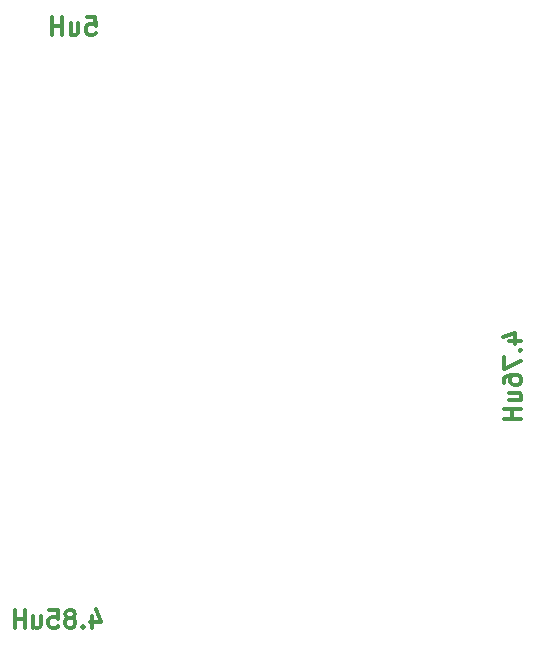
<source format=gbr>
%TF.GenerationSoftware,KiCad,Pcbnew,8.0.9-8.0.9-0~ubuntu22.04.1*%
%TF.CreationDate,2025-03-21T15:09:18+07:00*%
%TF.ProjectId,Rfid_PCB,52666964-5f50-4434-922e-6b696361645f,rev?*%
%TF.SameCoordinates,Original*%
%TF.FileFunction,Legend,Bot*%
%TF.FilePolarity,Positive*%
%FSLAX46Y46*%
G04 Gerber Fmt 4.6, Leading zero omitted, Abs format (unit mm)*
G04 Created by KiCad (PCBNEW 8.0.9-8.0.9-0~ubuntu22.04.1) date 2025-03-21 15:09:18*
%MOMM*%
%LPD*%
G01*
G04 APERTURE LIST*
%ADD10C,0.300000*%
G04 APERTURE END LIST*
D10*
X129450828Y-103087368D02*
X130450828Y-103087368D01*
X128879400Y-102730225D02*
X129950828Y-102373082D01*
X129950828Y-102373082D02*
X129950828Y-103301653D01*
X130307971Y-103873081D02*
X130379400Y-103944510D01*
X130379400Y-103944510D02*
X130450828Y-103873081D01*
X130450828Y-103873081D02*
X130379400Y-103801653D01*
X130379400Y-103801653D02*
X130307971Y-103873081D01*
X130307971Y-103873081D02*
X130450828Y-103873081D01*
X128950828Y-104444510D02*
X128950828Y-105444510D01*
X128950828Y-105444510D02*
X130450828Y-104801653D01*
X128950828Y-106658796D02*
X128950828Y-106373081D01*
X128950828Y-106373081D02*
X129022257Y-106230224D01*
X129022257Y-106230224D02*
X129093685Y-106158796D01*
X129093685Y-106158796D02*
X129307971Y-106015938D01*
X129307971Y-106015938D02*
X129593685Y-105944510D01*
X129593685Y-105944510D02*
X130165114Y-105944510D01*
X130165114Y-105944510D02*
X130307971Y-106015938D01*
X130307971Y-106015938D02*
X130379400Y-106087367D01*
X130379400Y-106087367D02*
X130450828Y-106230224D01*
X130450828Y-106230224D02*
X130450828Y-106515938D01*
X130450828Y-106515938D02*
X130379400Y-106658796D01*
X130379400Y-106658796D02*
X130307971Y-106730224D01*
X130307971Y-106730224D02*
X130165114Y-106801653D01*
X130165114Y-106801653D02*
X129807971Y-106801653D01*
X129807971Y-106801653D02*
X129665114Y-106730224D01*
X129665114Y-106730224D02*
X129593685Y-106658796D01*
X129593685Y-106658796D02*
X129522257Y-106515938D01*
X129522257Y-106515938D02*
X129522257Y-106230224D01*
X129522257Y-106230224D02*
X129593685Y-106087367D01*
X129593685Y-106087367D02*
X129665114Y-106015938D01*
X129665114Y-106015938D02*
X129807971Y-105944510D01*
X129450828Y-108087367D02*
X130450828Y-108087367D01*
X129450828Y-107444509D02*
X130236542Y-107444509D01*
X130236542Y-107444509D02*
X130379400Y-107515938D01*
X130379400Y-107515938D02*
X130450828Y-107658795D01*
X130450828Y-107658795D02*
X130450828Y-107873081D01*
X130450828Y-107873081D02*
X130379400Y-108015938D01*
X130379400Y-108015938D02*
X130307971Y-108087367D01*
X130450828Y-108801652D02*
X128950828Y-108801652D01*
X129665114Y-108801652D02*
X129665114Y-109658795D01*
X130450828Y-109658795D02*
X128950828Y-109658795D01*
X93651203Y-75670828D02*
X94365489Y-75670828D01*
X94365489Y-75670828D02*
X94436917Y-76385114D01*
X94436917Y-76385114D02*
X94365489Y-76313685D01*
X94365489Y-76313685D02*
X94222632Y-76242257D01*
X94222632Y-76242257D02*
X93865489Y-76242257D01*
X93865489Y-76242257D02*
X93722632Y-76313685D01*
X93722632Y-76313685D02*
X93651203Y-76385114D01*
X93651203Y-76385114D02*
X93579774Y-76527971D01*
X93579774Y-76527971D02*
X93579774Y-76885114D01*
X93579774Y-76885114D02*
X93651203Y-77027971D01*
X93651203Y-77027971D02*
X93722632Y-77099400D01*
X93722632Y-77099400D02*
X93865489Y-77170828D01*
X93865489Y-77170828D02*
X94222632Y-77170828D01*
X94222632Y-77170828D02*
X94365489Y-77099400D01*
X94365489Y-77099400D02*
X94436917Y-77027971D01*
X92294061Y-76170828D02*
X92294061Y-77170828D01*
X92936918Y-76170828D02*
X92936918Y-76956542D01*
X92936918Y-76956542D02*
X92865489Y-77099400D01*
X92865489Y-77099400D02*
X92722632Y-77170828D01*
X92722632Y-77170828D02*
X92508346Y-77170828D01*
X92508346Y-77170828D02*
X92365489Y-77099400D01*
X92365489Y-77099400D02*
X92294061Y-77027971D01*
X91579775Y-77170828D02*
X91579775Y-75670828D01*
X91579775Y-76385114D02*
X90722632Y-76385114D01*
X90722632Y-77170828D02*
X90722632Y-75670828D01*
X94122632Y-126360828D02*
X94122632Y-127360828D01*
X94479774Y-125789400D02*
X94836917Y-126860828D01*
X94836917Y-126860828D02*
X93908346Y-126860828D01*
X93336918Y-127217971D02*
X93265489Y-127289400D01*
X93265489Y-127289400D02*
X93336918Y-127360828D01*
X93336918Y-127360828D02*
X93408346Y-127289400D01*
X93408346Y-127289400D02*
X93336918Y-127217971D01*
X93336918Y-127217971D02*
X93336918Y-127360828D01*
X92408346Y-126503685D02*
X92551203Y-126432257D01*
X92551203Y-126432257D02*
X92622632Y-126360828D01*
X92622632Y-126360828D02*
X92694060Y-126217971D01*
X92694060Y-126217971D02*
X92694060Y-126146542D01*
X92694060Y-126146542D02*
X92622632Y-126003685D01*
X92622632Y-126003685D02*
X92551203Y-125932257D01*
X92551203Y-125932257D02*
X92408346Y-125860828D01*
X92408346Y-125860828D02*
X92122632Y-125860828D01*
X92122632Y-125860828D02*
X91979775Y-125932257D01*
X91979775Y-125932257D02*
X91908346Y-126003685D01*
X91908346Y-126003685D02*
X91836917Y-126146542D01*
X91836917Y-126146542D02*
X91836917Y-126217971D01*
X91836917Y-126217971D02*
X91908346Y-126360828D01*
X91908346Y-126360828D02*
X91979775Y-126432257D01*
X91979775Y-126432257D02*
X92122632Y-126503685D01*
X92122632Y-126503685D02*
X92408346Y-126503685D01*
X92408346Y-126503685D02*
X92551203Y-126575114D01*
X92551203Y-126575114D02*
X92622632Y-126646542D01*
X92622632Y-126646542D02*
X92694060Y-126789400D01*
X92694060Y-126789400D02*
X92694060Y-127075114D01*
X92694060Y-127075114D02*
X92622632Y-127217971D01*
X92622632Y-127217971D02*
X92551203Y-127289400D01*
X92551203Y-127289400D02*
X92408346Y-127360828D01*
X92408346Y-127360828D02*
X92122632Y-127360828D01*
X92122632Y-127360828D02*
X91979775Y-127289400D01*
X91979775Y-127289400D02*
X91908346Y-127217971D01*
X91908346Y-127217971D02*
X91836917Y-127075114D01*
X91836917Y-127075114D02*
X91836917Y-126789400D01*
X91836917Y-126789400D02*
X91908346Y-126646542D01*
X91908346Y-126646542D02*
X91979775Y-126575114D01*
X91979775Y-126575114D02*
X92122632Y-126503685D01*
X90479775Y-125860828D02*
X91194061Y-125860828D01*
X91194061Y-125860828D02*
X91265489Y-126575114D01*
X91265489Y-126575114D02*
X91194061Y-126503685D01*
X91194061Y-126503685D02*
X91051204Y-126432257D01*
X91051204Y-126432257D02*
X90694061Y-126432257D01*
X90694061Y-126432257D02*
X90551204Y-126503685D01*
X90551204Y-126503685D02*
X90479775Y-126575114D01*
X90479775Y-126575114D02*
X90408346Y-126717971D01*
X90408346Y-126717971D02*
X90408346Y-127075114D01*
X90408346Y-127075114D02*
X90479775Y-127217971D01*
X90479775Y-127217971D02*
X90551204Y-127289400D01*
X90551204Y-127289400D02*
X90694061Y-127360828D01*
X90694061Y-127360828D02*
X91051204Y-127360828D01*
X91051204Y-127360828D02*
X91194061Y-127289400D01*
X91194061Y-127289400D02*
X91265489Y-127217971D01*
X89122633Y-126360828D02*
X89122633Y-127360828D01*
X89765490Y-126360828D02*
X89765490Y-127146542D01*
X89765490Y-127146542D02*
X89694061Y-127289400D01*
X89694061Y-127289400D02*
X89551204Y-127360828D01*
X89551204Y-127360828D02*
X89336918Y-127360828D01*
X89336918Y-127360828D02*
X89194061Y-127289400D01*
X89194061Y-127289400D02*
X89122633Y-127217971D01*
X88408347Y-127360828D02*
X88408347Y-125860828D01*
X88408347Y-126575114D02*
X87551204Y-126575114D01*
X87551204Y-127360828D02*
X87551204Y-125860828D01*
M02*

</source>
